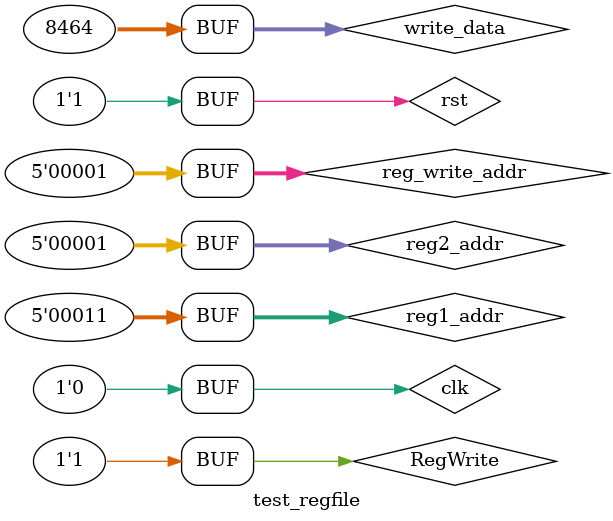
<source format=v>
`timescale 1ns / 1ps


module test_regfile;

	// Inputs
	reg clk;
	reg rst;
	reg RegWrite;
	reg [4:0] reg1_addr;
	reg [4:0] reg2_addr;
	reg [4:0] reg_write_addr;
	reg [31:0] write_data;

	// Outputs
	wire [31:0] data1;
	wire [31:0] data2;

	// Instantiate the Unit Under Test (UUT)
	register_file uut (
		.clk(clk), 
		.rst(rst), 
		.RegWrite(RegWrite), 
		.reg1_addr(reg1_addr), 
		.reg2_addr(reg2_addr), 
		.reg_write_addr(reg_write_addr), 
		.write_data(write_data), 
		.data1(data1), 
		.data2(data2)
	);

	initial begin
		$monitor("reg1_addr = %d, reg2_addr = %d, reg_write_addr = %d, wirte_data = %d, data1 = %d, data2 = %d", reg1_addr, reg2_addr, reg_write_addr, write_data, data1, data2);
		// Initialize Inputs
		clk = 0;
		rst = 1;
		RegWrite = 0;
		reg1_addr = 0;
		reg2_addr = 0;
		reg_write_addr = 0;
		write_data = 0;

		// Wait 100 ns for global reset to finish
		#100;
		reg1_addr = 5'b00010;
		reg2_addr = 5'b00001;
		write_data = 32'b0;
		RegWrite = 1'b0;
		
		#100
		reg1_addr = 5'b00011;
		reg2_addr = 5'b00001;
		reg_write_addr = 5'b00001;
		write_data = 32'b00000000000000000010000100010000;
		RegWrite = 1'b1;
		rst = 1;
		
		// Add stimulus here

	end
      
endmodule


</source>
